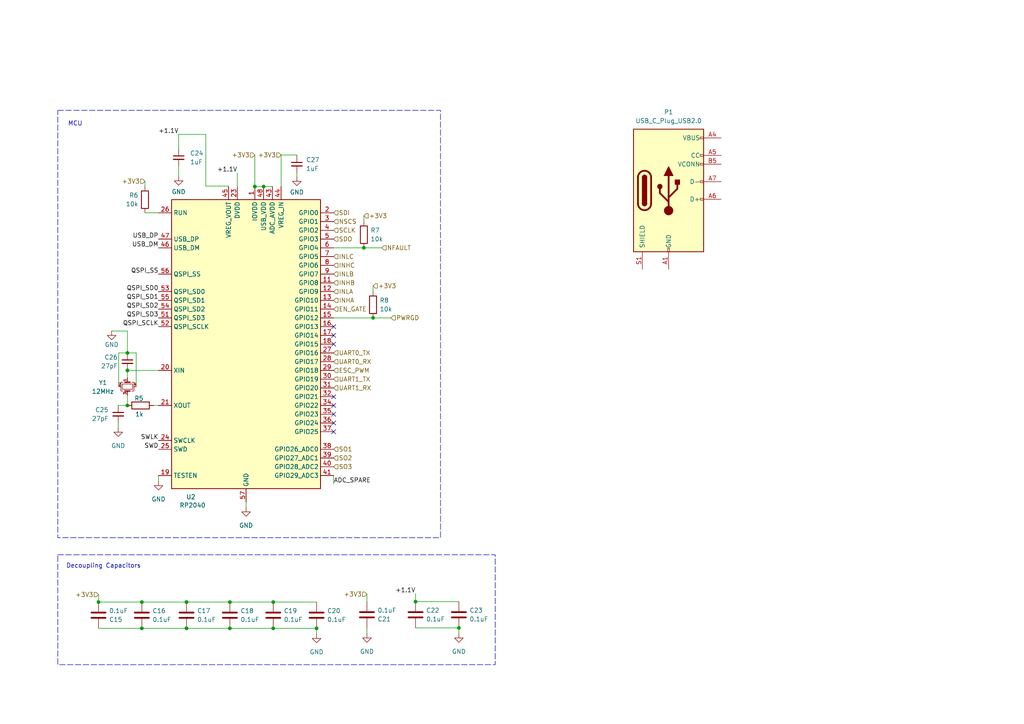
<source format=kicad_sch>
(kicad_sch (version 20230409) (generator eeschema)
  (paper "A4")
  (lib_symbols
    (symbol "Connector:USB_C_Plug_USB2.0" (pin_names (offset 1.016))
      (property "Reference" "P" (at -10.16 19.05 0))
      (property "Value" "USB_C_Plug_USB2.0" (at 12.7 19.05 0))
      (symbol "USB_C_Plug_USB2.0_0_0"
        (rectangle (start -0.254 -17.78) (end 0.254 -16.764))
        (rectangle (start 10.16 -2.286) (end 9.144 -2.794))
        (rectangle (start 10.16 2.794) (end 9.144 2.286))
        (rectangle (start 10.16 7.874) (end 9.144 7.366))
        (rectangle (start 10.16 10.414) (end 9.144 9.906))
        (rectangle (start 10.16 15.494) (end 9.144 14.986))
      )
      (symbol "USB_C_Plug_USB2.0_0_1"
        (rectangle (start -10.16 17.78) (end 10.16 -17.78) (stroke (width 0.254)) (fill (type background)))
        (arc (start -8.89 -3.81) (mid -6.985 -5.7067) (end -5.08 -3.81) (stroke (width 0.508)))
        (arc (start -7.62 -3.81) (mid -6.985 -4.4423) (end -6.35 -3.81) (stroke (width 0.254)))
        (arc (start -7.62 -3.81) (mid -6.985 -4.4423) (end -6.35 -3.81) (stroke (width 0.254)) (fill (type outline)))
        (rectangle (start -7.62 -3.81) (end -6.35 3.81) (stroke (width 0.254)) (fill (type outline)))
        (arc (start -6.35 3.81) (mid -6.985 4.4423) (end -7.62 3.81) (stroke (width 0.254)))
        (arc (start -6.35 3.81) (mid -6.985 4.4423) (end -7.62 3.81) (stroke (width 0.254)) (fill (type outline)))
        (arc (start -5.08 3.81) (mid -6.985 5.7067) (end -8.89 3.81) (stroke (width 0.508)))
        (circle (center -2.54 1.143) (radius 0.635) (stroke (width 0.254)) (fill (type outline)))
        (circle (center 0 -5.842) (radius 1.27) (fill (type outline)))
        (polyline (pts (xy -8.89 -3.81) (xy -8.89 3.81)) (stroke (width 0.508)))
        (polyline (pts (xy -5.08 3.81) (xy -5.08 -3.81)) (stroke (width 0.508)))
        (polyline (pts (xy 0 -5.842) (xy 0 4.318)) (stroke (width 0.508)))
        (polyline (pts (xy 0 -3.302) (xy -2.54 -0.762) (xy -2.54 0.508)) (stroke (width 0.508)))
        (polyline (pts (xy 0 -2.032) (xy 2.54 0.508) (xy 2.54 1.778)) (stroke (width 0.508)))
        (polyline (pts (xy -1.27 4.318) (xy 0 6.858) (xy 1.27 4.318) (xy -1.27 4.318)) (stroke (width 0.254)) (fill (type outline)))
        (rectangle (start 1.905 1.778) (end 3.175 3.048) (stroke (width 0.254)) (fill (type outline)))
      )
      (symbol "USB_C_Plug_USB2.0_1_1"
        (pin passive line (at 0 -22.86 90) (length 5.08) (name "GND") (number "A1"))
        (pin passive line (at 0 -22.86 90) (length 5.08) hide (name "GND") (number "A12"))
        (pin passive line (at 15.24 15.24 180) (length 5.08) (name "VBUS") (number "A4"))
        (pin bidirectional line (at 15.24 10.16 180) (length 5.08) (name "CC") (number "A5"))
        (pin bidirectional line (at 15.24 -2.54 180) (length 5.08) (name "D+") (number "A6"))
        (pin bidirectional line (at 15.24 2.54 180) (length 5.08) (name "D-") (number "A7"))
        (pin passive line (at 15.24 15.24 180) (length 5.08) hide (name "VBUS") (number "A9"))
        (pin passive line (at 0 -22.86 90) (length 5.08) hide (name "GND") (number "B1"))
        (pin passive line (at 0 -22.86 90) (length 5.08) hide (name "GND") (number "B12"))
        (pin passive line (at 15.24 15.24 180) (length 5.08) hide (name "VBUS") (number "B4"))
        (pin bidirectional line (at 15.24 7.62 180) (length 5.08) (name "VCONN") (number "B5"))
        (pin passive line (at 15.24 15.24 180) (length 5.08) hide (name "VBUS") (number "B9"))
        (pin passive line (at -7.62 -22.86 90) (length 5.08) (name "SHIELD") (number "S1"))
      )
    )
    (symbol "Device:C" (pin_numbers hide) (pin_names (offset 0.254))
      (property "Reference" "C" (at 0.635 2.54 0))
      (property "Value" "C" (at 0.635 -2.54 0))
      (symbol "C_0_1"
        (polyline (pts (xy -2.032 -0.762) (xy 2.032 -0.762)) (stroke (width 0.508)))
        (polyline (pts (xy -2.032 0.762) (xy 2.032 0.762)) (stroke (width 0.508)))
      )
      (symbol "C_1_1"
        (pin passive line (at 0 3.81 270) (length 2.794) (name "~") (number "1"))
        (pin passive line (at 0 -3.81 90) (length 2.794) (name "~") (number "2"))
      )
    )
    (symbol "Device:C_Small" (pin_numbers hide) (pin_names (offset 0.254) hide)
      (property "Reference" "C" (at 0.254 1.778 0))
      (property "Value" "C_Small" (at 0.254 -2.032 0))
      (symbol "C_Small_0_1"
        (polyline (pts (xy -1.524 -0.508) (xy 1.524 -0.508)) (stroke (width 0.3302)))
        (polyline (pts (xy -1.524 0.508) (xy 1.524 0.508)) (stroke (width 0.3048)))
      )
      (symbol "C_Small_1_1"
        (pin passive line (at 0 2.54 270) (length 2.032) (name "~") (number "1"))
        (pin passive line (at 0 -2.54 90) (length 2.032) (name "~") (number "2"))
      )
    )
    (symbol "Device:Crystal_GND24_Small" (pin_names (offset 1.016) hide)
      (property "Reference" "Y" (at 1.27 4.445 0))
      (property "Value" "Crystal_GND24_Small" (at 1.27 2.54 0))
      (symbol "Crystal_GND24_Small_0_1"
        (rectangle (start -0.762 -1.524) (end 0.762 1.524))
        (polyline (pts (xy -1.27 -0.762) (xy -1.27 0.762)) (stroke (width 0.381)))
        (polyline (pts (xy 1.27 -0.762) (xy 1.27 0.762)) (stroke (width 0.381)))
        (polyline (pts (xy -1.27 -1.27) (xy -1.27 -1.905) (xy 1.27 -1.905) (xy 1.27 -1.27)))
        (polyline (pts (xy -1.27 1.27) (xy -1.27 1.905) (xy 1.27 1.905) (xy 1.27 1.27)))
      )
      (symbol "Crystal_GND24_Small_1_1"
        (pin passive line (at -2.54 0 0) (length 1.27) (name "1") (number "1"))
        (pin passive line (at 0 -2.54 90) (length 0.635) (name "2") (number "2"))
        (pin passive line (at 2.54 0 180) (length 1.27) (name "3") (number "3"))
        (pin passive line (at 0 2.54 270) (length 0.635) (name "4") (number "4"))
      )
    )
    (symbol "Device:R" (pin_numbers hide) (pin_names (offset 0))
      (property "Reference" "R" (at 2.032 0 90))
      (property "Value" "R" (at 0 0 90))
      (symbol "R_0_1"
        (rectangle (start -1.016 -2.54) (end 1.016 2.54) (stroke (width 0.254)))
      )
      (symbol "R_1_1"
        (pin passive line (at 0 3.81 270) (length 1.27) (name "~") (number "1"))
        (pin passive line (at 0 -3.81 90) (length 1.27) (name "~") (number "2"))
      )
    )
    (symbol "MCU_RaspberryPi:RP2040"
      (property "Reference" "U" (at 17.78 45.72 0))
      (property "Value" "RP2040" (at 17.78 43.18 0))
      (symbol "RP2040_0_1"
        (rectangle (start -21.59 41.91) (end 21.59 -41.91) (stroke (width 0.254)) (fill (type background)))
      )
      (symbol "RP2040_1_1"
        (pin power_in line (at 2.54 45.72 270) (length 3.81) (name "IOVDD") (number "1"))
        (pin passive line (at 2.54 45.72 270) (length 3.81) hide (name "IOVDD") (number "10"))
        (pin bidirectional line (at 25.4 17.78 180) (length 3.81) (name "GPIO8") (number "11"))
        (pin bidirectional line (at 25.4 15.24 180) (length 3.81) (name "GPIO9") (number "12"))
        (pin bidirectional line (at 25.4 12.7 180) (length 3.81) (name "GPIO10") (number "13"))
        (pin bidirectional line (at 25.4 10.16 180) (length 3.81) (name "GPIO11") (number "14"))
        (pin bidirectional line (at 25.4 7.62 180) (length 3.81) (name "GPIO12") (number "15"))
        (pin bidirectional line (at 25.4 5.08 180) (length 3.81) (name "GPIO13") (number "16"))
        (pin bidirectional line (at 25.4 2.54 180) (length 3.81) (name "GPIO14") (number "17"))
        (pin bidirectional line (at 25.4 0 180) (length 3.81) (name "GPIO15") (number "18"))
        (pin input line (at -25.4 -38.1 0) (length 3.81) (name "TESTEN") (number "19"))
        (pin bidirectional line (at 25.4 38.1 180) (length 3.81) (name "GPIO0") (number "2"))
        (pin input line (at -25.4 -7.62 0) (length 3.81) (name "XIN") (number "20"))
        (pin passive line (at -25.4 -17.78 0) (length 3.81) (name "XOUT") (number "21"))
        (pin passive line (at 2.54 45.72 270) (length 3.81) hide (name "IOVDD") (number "22"))
        (pin power_in line (at -2.54 45.72 270) (length 3.81) (name "DVDD") (number "23"))
        (pin input line (at -25.4 -27.94 0) (length 3.81) (name "SWCLK") (number "24"))
        (pin bidirectional line (at -25.4 -30.48 0) (length 3.81) (name "SWD") (number "25"))
        (pin input line (at -25.4 38.1 0) (length 3.81) (name "RUN") (number "26"))
        (pin bidirectional line (at 25.4 -2.54 180) (length 3.81) (name "GPIO16") (number "27"))
        (pin bidirectional line (at 25.4 -5.08 180) (length 3.81) (name "GPIO17") (number "28"))
        (pin bidirectional line (at 25.4 -7.62 180) (length 3.81) (name "GPIO18") (number "29"))
        (pin bidirectional line (at 25.4 35.56 180) (length 3.81) (name "GPIO1") (number "3"))
        (pin bidirectional line (at 25.4 -10.16 180) (length 3.81) (name "GPIO19") (number "30"))
        (pin bidirectional line (at 25.4 -12.7 180) (length 3.81) (name "GPIO20") (number "31"))
        (pin bidirectional line (at 25.4 -15.24 180) (length 3.81) (name "GPIO21") (number "32"))
        (pin passive line (at 2.54 45.72 270) (length 3.81) hide (name "IOVDD") (number "33"))
        (pin bidirectional line (at 25.4 -17.78 180) (length 3.81) (name "GPIO22") (number "34"))
        (pin bidirectional line (at 25.4 -20.32 180) (length 3.81) (name "GPIO23") (number "35"))
        (pin bidirectional line (at 25.4 -22.86 180) (length 3.81) (name "GPIO24") (number "36"))
        (pin bidirectional line (at 25.4 -25.4 180) (length 3.81) (name "GPIO25") (number "37"))
        (pin bidirectional line (at 25.4 -30.48 180) (length 3.81) (name "GPIO26_ADC0") (number "38"))
        (pin bidirectional line (at 25.4 -33.02 180) (length 3.81) (name "GPIO27_ADC1") (number "39"))
        (pin bidirectional line (at 25.4 33.02 180) (length 3.81) (name "GPIO2") (number "4"))
        (pin bidirectional line (at 25.4 -35.56 180) (length 3.81) (name "GPIO28_ADC2") (number "40"))
        (pin bidirectional line (at 25.4 -38.1 180) (length 3.81) (name "GPIO29_ADC3") (number "41"))
        (pin passive line (at 2.54 45.72 270) (length 3.81) hide (name "IOVDD") (number "42"))
        (pin power_in line (at 7.62 45.72 270) (length 3.81) (name "ADC_AVDD") (number "43"))
        (pin power_in line (at 10.16 45.72 270) (length 3.81) (name "VREG_IN") (number "44"))
        (pin power_out line (at -5.08 45.72 270) (length 3.81) (name "VREG_VOUT") (number "45"))
        (pin bidirectional line (at -25.4 27.94 0) (length 3.81) (name "USB_DM") (number "46"))
        (pin bidirectional line (at -25.4 30.48 0) (length 3.81) (name "USB_DP") (number "47"))
        (pin power_in line (at 5.08 45.72 270) (length 3.81) (name "USB_VDD") (number "48"))
        (pin passive line (at 2.54 45.72 270) (length 3.81) hide (name "IOVDD") (number "49"))
        (pin bidirectional line (at 25.4 30.48 180) (length 3.81) (name "GPIO3") (number "5"))
        (pin passive line (at -2.54 45.72 270) (length 3.81) hide (name "DVDD") (number "50"))
        (pin bidirectional line (at -25.4 7.62 0) (length 3.81) (name "QSPI_SD3") (number "51"))
        (pin output line (at -25.4 5.08 0) (length 3.81) (name "QSPI_SCLK") (number "52"))
        (pin bidirectional line (at -25.4 15.24 0) (length 3.81) (name "QSPI_SD0") (number "53"))
        (pin bidirectional line (at -25.4 10.16 0) (length 3.81) (name "QSPI_SD2") (number "54"))
        (pin bidirectional line (at -25.4 12.7 0) (length 3.81) (name "QSPI_SD1") (number "55"))
        (pin bidirectional line (at -25.4 20.32 0) (length 3.81) (name "QSPI_SS") (number "56"))
        (pin power_in line (at 0 -45.72 90) (length 3.81) (name "GND") (number "57"))
        (pin bidirectional line (at 25.4 27.94 180) (length 3.81) (name "GPIO4") (number "6"))
        (pin bidirectional line (at 25.4 25.4 180) (length 3.81) (name "GPIO5") (number "7"))
        (pin bidirectional line (at 25.4 22.86 180) (length 3.81) (name "GPIO6") (number "8"))
        (pin bidirectional line (at 25.4 20.32 180) (length 3.81) (name "GPIO7") (number "9"))
      )
    )
    (symbol "power:GND" (power) (pin_names (offset 0))
      (property "Value" "GND" (at 0 -3.81 0))
      (symbol "GND_0_1"
        (polyline (pts (xy 0 0) (xy 0 -1.27) (xy 1.27 -1.27) (xy 0 -2.54) (xy -1.27 -1.27) (xy 0 -1.27)))
      )
      (symbol "GND_1_1"
        (pin power_in line (at 0 0 270) (length 0) hide (name "GND") (number "1"))
      )
    )
  )
  (junction (at 36.957 102.362))
  (junction (at 54.102 174.625))
  (junction (at 41.148 174.625))
  (junction (at 73.914 54.102))
  (junction (at 91.821 182.245))
  (junction (at 105.537 71.882))
  (junction (at 133.096 182.118))
  (junction (at 66.675 182.245))
  (junction (at 79.248 174.625))
  (junction (at 76.454 54.102))
  (junction (at 54.102 182.245))
  (junction (at 36.957 107.442))
  (junction (at 120.523 174.498))
  (junction (at 41.148 182.245))
  (junction (at 79.248 182.245))
  (junction (at 66.675 174.625))
  (junction (at 28.575 174.625))
  (junction (at 108.204 92.202))
  (junction (at 36.957 117.602))
  (no_connect (at 96.774 97.282))
  (no_connect (at 96.774 122.682))
  (no_connect (at 96.774 125.222))
  (no_connect (at 96.774 120.142))
  (no_connect (at 96.774 99.822))
  (no_connect (at 96.774 115.062))
  (no_connect (at 96.774 117.602))
  (no_connect (at 96.774 94.742))
  (wire (pts (xy 54.102 182.245) (xy 66.675 182.245)))
  (wire (pts (xy 39.497 112.141) (xy 39.497 102.362)))
  (wire (pts (xy 79.248 182.245) (xy 91.821 182.245)))
  (wire (pts (xy 45.974 137.922) (xy 45.974 139.573)))
  (wire (pts (xy 108.204 82.931) (xy 108.204 84.582)))
  (wire (pts (xy 76.454 54.102) (xy 78.994 54.102)))
  (wire (pts (xy 51.816 48.26) (xy 51.816 51.181)))
  (wire (pts (xy 28.575 174.625) (xy 41.148 174.625)))
  (wire (pts (xy 51.816 38.989) (xy 51.816 43.18)))
  (wire (pts (xy 79.248 174.625) (xy 91.821 174.625)))
  (wire (pts (xy 86.106 44.958) (xy 86.106 45.085)))
  (wire (pts (xy 86.106 50.165) (xy 86.106 51.308)))
  (wire (pts (xy 36.957 96.012) (xy 36.957 102.362)))
  (wire (pts (xy 105.537 62.611) (xy 105.537 64.262)))
  (wire (pts (xy 34.29 122.682) (xy 34.29 124.079)))
  (wire (pts (xy 42.037 52.578) (xy 42.037 54.102)))
  (wire (pts (xy 106.426 172.339) (xy 106.426 174.498)))
  (wire (pts (xy 59.69 38.989) (xy 51.816 38.989)))
  (wire (pts (xy 120.523 172.212) (xy 120.523 174.498)))
  (wire (pts (xy 71.374 145.542) (xy 71.374 147.193)))
  (wire (pts (xy 42.037 61.722) (xy 45.974 61.722)))
  (wire (pts (xy 59.69 53.975) (xy 59.69 38.989)))
  (wire (pts (xy 105.537 71.882) (xy 110.744 71.882)))
  (wire (pts (xy 133.096 182.118) (xy 133.096 183.769)))
  (wire (pts (xy 34.417 112.141) (xy 34.417 102.362)))
  (wire (pts (xy 106.426 182.118) (xy 106.426 183.769)))
  (wire (pts (xy 39.497 102.362) (xy 36.957 102.362)))
  (wire (pts (xy 28.575 182.245) (xy 41.148 182.245)))
  (wire (pts (xy 41.148 182.245) (xy 54.102 182.245)))
  (wire (pts (xy 120.523 182.118) (xy 133.096 182.118)))
  (wire (pts (xy 108.204 92.202) (xy 113.411 92.202)))
  (wire (pts (xy 54.102 174.625) (xy 66.675 174.625)))
  (wire (pts (xy 41.148 174.625) (xy 54.102 174.625)))
  (wire (pts (xy 73.914 44.958) (xy 73.914 54.102)))
  (wire (pts (xy 32.385 96.012) (xy 36.957 96.012)))
  (wire (pts (xy 36.957 114.681) (xy 36.957 117.602)))
  (wire (pts (xy 96.774 92.202) (xy 108.204 92.202)))
  (wire (pts (xy 91.821 182.245) (xy 91.821 183.896)))
  (wire (pts (xy 96.774 71.882) (xy 105.537 71.882)))
  (wire (pts (xy 36.957 107.442) (xy 45.974 107.442)))
  (wire (pts (xy 66.675 182.245) (xy 79.248 182.245)))
  (wire (pts (xy 66.675 174.625) (xy 79.248 174.625)))
  (wire (pts (xy 73.914 54.102) (xy 76.454 54.102)))
  (wire (pts (xy 36.957 107.442) (xy 36.957 109.601)))
  (wire (pts (xy 44.577 117.602) (xy 45.974 117.602)))
  (wire (pts (xy 96.774 137.922) (xy 96.774 140.335)))
  (wire (pts (xy 68.834 50.165) (xy 68.834 54.102)))
  (wire (pts (xy 81.534 44.958) (xy 86.106 44.958)))
  (wire (pts (xy 81.534 44.958) (xy 81.534 54.102)))
  (wire (pts (xy 34.29 117.602) (xy 36.957 117.602)))
  (wire (pts (xy 34.417 102.362) (xy 36.957 102.362)))
  (wire (pts (xy 66.294 53.975) (xy 59.69 53.975)))
  (wire (pts (xy 28.575 172.466) (xy 28.575 174.625)))
  (wire (pts (xy 120.523 174.498) (xy 133.096 174.498)))
  (rectangle (start 16.764 160.909) (end 143.637 192.786) (stroke (width 0) (type dash)))
  (rectangle (start 16.764 32.004) (end 127.762 155.956) (stroke (width 0) (type dash)))
  (text "MCU" (at 19.685 36.703 0) (effects (font (size 1.27 1.27)) (justify left bottom)))
  (text "Decoupling Capacitors" (at 19.177 164.973 0) (effects (font (size 1.27 1.27)) (justify left bottom)))
  (label "USB_DM" (at 45.974 71.882 180))
  (label "QSPI_SCLK" (at 45.974 94.742 180))
  (label "QSPI_SD0" (at 45.974 84.582 180))
  (label "SWD" (at 45.974 130.302 180))
  (label "QSPI_SD2" (at 45.974 89.662 180))
  (label "SWLK" (at 45.974 127.762 180))
  (label "+1.1V" (at 51.816 38.989 180))
  (label "QSPI_SD3" (at 45.974 92.202 180))
  (label "USB_DP" (at 45.974 69.342 180))
  (label "QSPI_SD1" (at 45.974 87.122 180))
  (label "ADC_SPARE" (at 96.774 140.335 0))
  (label "QSPI_SS" (at 45.974 79.502 180))
  (label "+1.1V" (at 120.523 172.212 180))
  (label "+1.1V" (at 68.834 50.165 180))
  (hierarchical_label "UART0_RX" (shape input) (at 96.774 104.902 0))
  (hierarchical_label "PWRGD" (shape input) (at 113.411 92.202 0))
  (hierarchical_label "+3V3" (shape input) (at 81.534 44.958 180))
  (hierarchical_label "SO3" (shape input) (at 96.774 135.382 0))
  (hierarchical_label "INHA" (shape input) (at 96.774 87.122 0))
  (hierarchical_label "INLB" (shape input) (at 96.774 79.502 0))
  (hierarchical_label "INHC" (shape input) (at 96.774 76.962 0))
  (hierarchical_label "INLA" (shape input) (at 96.774 84.582 0))
  (hierarchical_label "ESC_PWM" (shape input) (at 96.774 107.442 0))
  (hierarchical_label "+3V3" (shape input) (at 73.914 44.958 180))
  (hierarchical_label "+3V3" (shape input) (at 28.575 172.466 180))
  (hierarchical_label "+3V3" (shape input) (at 105.537 62.611 0))
  (hierarchical_label "SO1" (shape input) (at 96.774 130.302 0))
  (hierarchical_label "EN_GATE" (shape input) (at 96.774 89.662 0))
  (hierarchical_label "UART1_RX" (shape input) (at 96.774 112.522 0))
  (hierarchical_label "NFAULT" (shape input) (at 110.744 71.882 0))
  (hierarchical_label "SDI" (shape input) (at 96.774 61.722 0))
  (hierarchical_label "+3V3" (shape input) (at 108.204 82.931 0))
  (hierarchical_label "+3V3" (shape input) (at 106.426 172.339 180))
  (hierarchical_label "UART1_TX" (shape input) (at 96.774 109.982 0))
  (hierarchical_label "NSCS" (shape input) (at 96.774 64.262 0))
  (hierarchical_label "SO2" (shape input) (at 96.774 132.842 0))
  (hierarchical_label "UART0_TX" (shape input) (at 96.774 102.362 0))
  (hierarchical_label "INLC" (shape input) (at 96.774 74.422 0))
  (hierarchical_label "INHB" (shape input) (at 96.774 82.042 0))
  (hierarchical_label "+3V3" (shape input) (at 42.037 52.578 180))
  (hierarchical_label "SCLK" (shape input) (at 96.774 66.802 0))
  (hierarchical_label "SDO" (shape input) (at 96.774 69.342 0))
  (symbol (lib_id "power:GND") (at 71.374 147.193 0) (unit 1)
    (property "Reference" "#PWR017" (effects hide))
    (property "Value" "GND" (at 71.374 152.4 0))
  )
  (symbol (lib_id "power:GND") (at 133.096 183.769 0) (unit 1)
    (property "Reference" "#PWR016" (effects hide))
    (property "Value" "GND" (at 133.096 188.976 0))
  )
  (symbol (lib_id "Device:Crystal_GND24_Small") (at 36.957 112.141 270) (unit 1)
    (property "Reference" "Y1" (at 29.845 110.998 90))
    (property "Value" "12MHz" (at 29.845 113.538 90))
  )
  (symbol (lib_id "power:GND") (at 32.385 96.012 0) (unit 1)
    (property "Reference" "#PWR021" (effects hide))
    (property "Value" "GND" (at 32.385 99.949 0))
  )
  (symbol (lib_id "Device:C") (at 66.675 178.435 0) (unit 1)
    (property "Reference" "C18" (at 69.723 177.165 0) (effects (justify left)))
    (property "Value" "0.1uF" (at 69.723 179.705 0) (effects (justify left)))
  )
  (symbol (lib_id "Device:R") (at 40.767 117.602 90) (unit 1)
    (property "Reference" "R5" (at 41.656 115.57 90) (effects (justify left)))
    (property "Value" "1k" (at 41.656 120.142 90) (effects (justify left)))
  )
  (symbol (lib_id "power:GND") (at 91.821 183.896 0) (unit 1)
    (property "Reference" "#PWR014" (effects hide))
    (property "Value" "GND" (at 91.821 189.103 0))
  )
  (symbol (lib_id "Connector:USB_C_Plug_USB2.0") (at 193.929 55.245 0) (unit 1)
    (property "Reference" "P1" (at 193.929 32.512 0))
    (property "Value" "USB_C_Plug_USB2.0" (at 193.929 35.052 0))
    (property "Datasheet" "https://www.usb.org/sites/default/files/documents/usb_type-c.zip" (effects hide))
  )
  (symbol (lib_id "MCU_RaspberryPi:RP2040") (at 71.374 99.822 0) (unit 1)
    (property "Reference" "U2" (at 53.975 144.145 0) (effects (justify left)))
    (property "Value" "RP2040" (at 52.07 146.558 0) (effects (justify left)))
    (property "Footprint" "Package_DFN_QFN:QFN-56-1EP_7x7mm_P0.4mm_EP3.2x3.2mm" (effects hide))
    (property "Datasheet" "https://datasheets.raspberrypi.com/rp2040/rp2040-datasheet.pdf" (effects hide))
  )
  (symbol (lib_id "Device:C_Small") (at 51.816 45.72 0) (unit 1)
    (property "Reference" "C24" (at 55.118 44.45 0) (effects (justify left)))
    (property "Value" "1uF" (at 55.118 46.99 0) (effects (justify left)))
  )
  (symbol (lib_id "power:GND") (at 86.106 51.308 0) (unit 1)
    (property "Reference" "#PWR022" (effects hide))
    (property "Value" "GND" (at 86.106 55.753 0))
  )
  (symbol (lib_id "power:GND") (at 34.29 124.079 0) (unit 1)
    (property "Reference" "#PWR020" (effects hide))
    (property "Value" "GND" (at 34.29 129.286 0))
  )
  (symbol (lib_id "Device:C") (at 91.821 178.435 0) (unit 1)
    (property "Reference" "C20" (at 94.869 177.165 0) (effects (justify left)))
    (property "Value" "0.1uF" (at 94.869 179.705 0) (effects (justify left)))
  )
  (symbol (lib_id "Device:C") (at 120.523 178.308 0) (unit 1)
    (property "Reference" "C22" (at 123.571 177.038 0) (effects (justify left)))
    (property "Value" "0.1uF" (at 123.571 179.578 0) (effects (justify left)))
  )
  (symbol (lib_id "Device:C") (at 28.575 178.435 0) (mirror x) (unit 1)
    (property "Reference" "C15" (at 31.623 179.705 0) (effects (justify left)))
    (property "Value" "0.1uF" (at 31.623 177.165 0) (effects (justify left)))
  )
  (symbol (lib_id "Device:C") (at 54.102 178.435 0) (unit 1)
    (property "Reference" "C17" (at 57.15 177.165 0) (effects (justify left)))
    (property "Value" "0.1uF" (at 57.15 179.705 0) (effects (justify left)))
  )
  (symbol (lib_id "Device:R") (at 105.537 68.072 0) (mirror y) (unit 1)
    (property "Reference" "R7" (at 107.442 66.802 0) (effects (justify right)))
    (property "Value" "10k" (at 107.442 69.342 0) (effects (justify right)))
  )
  (symbol (lib_id "power:GND") (at 106.426 183.769 0) (unit 1)
    (property "Reference" "#PWR015" (effects hide))
    (property "Value" "GND" (at 106.426 188.976 0))
  )
  (symbol (lib_id "Device:C_Small") (at 34.29 120.142 0) (mirror y) (unit 1)
    (property "Reference" "C25" (at 31.496 118.8783 0) (effects (justify left)))
    (property "Value" "27pF" (at 31.496 121.4183 0) (effects (justify left)))
  )
  (symbol (lib_id "Device:C") (at 106.426 178.308 0) (mirror x) (unit 1)
    (property "Reference" "C21" (at 109.474 179.578 0) (effects (justify left)))
    (property "Value" "0.1uF" (at 109.474 177.038 0) (effects (justify left)))
  )
  (symbol (lib_id "Device:R") (at 108.204 88.392 0) (mirror y) (unit 1)
    (property "Reference" "R8" (at 110.109 87.122 0) (effects (justify right)))
    (property "Value" "10k" (at 110.109 89.662 0) (effects (justify right)))
  )
  (symbol (lib_id "power:GND") (at 45.974 139.573 0) (unit 1)
    (property "Reference" "#PWR019" (effects hide))
    (property "Value" "GND" (at 45.974 144.78 0))
  )
  (symbol (lib_id "Device:C_Small") (at 36.957 104.902 0) (mirror y) (unit 1)
    (property "Reference" "C26" (at 34.163 103.6383 0) (effects (justify left)))
    (property "Value" "27pF" (at 34.163 106.1783 0) (effects (justify left)))
  )
  (symbol (lib_id "Device:R") (at 42.037 57.912 0) (unit 1)
    (property "Reference" "R6" (at 40.132 56.642 0) (effects (justify right)))
    (property "Value" "10k" (at 40.132 59.182 0) (effects (justify right)))
  )
  (symbol (lib_id "Device:C") (at 79.248 178.435 0) (unit 1)
    (property "Reference" "C19" (at 82.296 177.165 0) (effects (justify left)))
    (property "Value" "0.1uF" (at 82.296 179.705 0) (effects (justify left)))
  )
  (symbol (lib_id "power:GND") (at 51.816 51.181 0) (unit 1)
    (property "Reference" "#PWR018" (effects hide))
    (property "Value" "GND" (at 51.816 55.626 0))
  )
  (symbol (lib_id "Device:C") (at 133.096 178.308 0) (unit 1)
    (property "Reference" "C23" (at 136.144 177.038 0) (effects (justify left)))
    (property "Value" "0.1uF" (at 136.144 179.578 0) (effects (justify left)))
  )
  (symbol (lib_id "Device:C_Small") (at 86.106 47.625 0) (unit 1)
    (property "Reference" "C27" (at 88.773 46.355 0) (effects (justify left)))
    (property "Value" "1uF" (at 88.773 48.895 0) (effects (justify left)))
  )
  (symbol (lib_id "Device:C") (at 41.148 178.435 0) (unit 1)
    (property "Reference" "C16" (at 44.196 177.165 0) (effects (justify left)))
    (property "Value" "0.1uF" (at 44.196 179.705 0) (effects (justify left)))
  )
)
</source>
